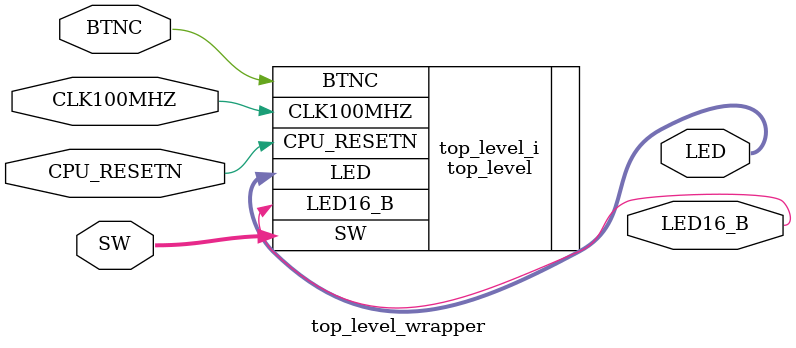
<source format=v>
`timescale 1 ps / 1 ps

module top_level_wrapper
   (BTNC,
    CLK100MHZ,
    CPU_RESETN,
    LED,
    LED16_B,
    SW);
  input BTNC;
  input CLK100MHZ;
  input CPU_RESETN;
  output [2:0]LED;
  output LED16_B;
  input [2:0]SW;

  wire BTNC;
  wire CLK100MHZ;
  wire CPU_RESETN;
  wire [2:0]LED;
  wire LED16_B;
  wire [2:0]SW;

  top_level top_level_i
       (.BTNC(BTNC),
        .CLK100MHZ(CLK100MHZ),
        .CPU_RESETN(CPU_RESETN),
        .LED(LED),
        .LED16_B(LED16_B),
        .SW(SW));
endmodule

</source>
